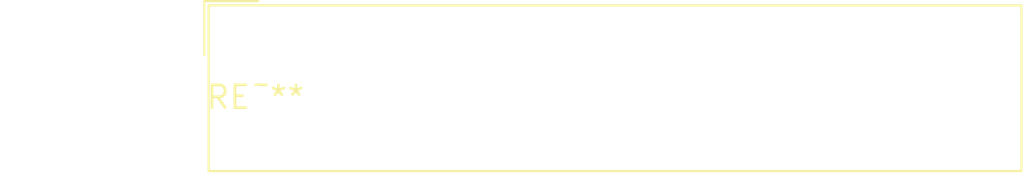
<source format=kicad_pcb>
(kicad_pcb (version 20240108) (generator pcbnew)
  (layers (0 "F.Cu" signal) (31 "B.Cu" signal) (34 "B.Paste" user) (35 "F.Paste" user) (36 "B.SilkS" user "B.Silkscreen") (37 "F.SilkS" user "F.Silkscreen") (38 "B.Mask" user) (39 "F.Mask" user) (44 "Edge.Cuts" user))
  (net 0 "")
  (footprint "Altech_AK100_1x09_P5.00mm" (layer "F.Cu") (at 0 0)
    (property "Reference" "REF**")
    (property "Value" "Altech_AK100_1x09_P5.00mm")
    (fp_line (start -2.85 -5.35) (end 0.15 -5.35) (layer "F.SilkS") (stroke (width 0.12)))
    (fp_line (start -2.85 -2.35) (end -2.85 -5.35) (layer "F.SilkS") (stroke (width 0.12)))
    (fp_line (start -2.61 -5.11) (end -2.61 4.11) (layer "F.SilkS") (stroke (width 0.12)))
    (fp_line (start -2.61 -5.11) (end 42.61 -5.11) (layer "F.SilkS") (stroke (width 0.12)))
    (fp_line (start -2.61 4.11) (end 42.61 4.11) (layer "F.SilkS") (stroke (width 0.12)))
    (fp_line (start 42.61 -5.11) (end 42.61 4.11) (layer "F.SilkS") (stroke (width 0.12)))
    (pad "1" thru_hole rect (at 0 0) (size 3 3) (drill 1.3) (layers *.Cu *.Mask) (remove_unused_layers))
    (pad "2" thru_hole circle (at 5 0) (size 3 3) (drill 1.3) (layers *.Cu *.Mask) (remove_unused_layers))
    (pad "3" thru_hole circle (at 10 0) (size 3 3) (drill 1.3) (layers *.Cu *.Mask) (remove_unused_layers))
    (pad "4" thru_hole circle (at 15 0) (size 3 3) (drill 1.3) (layers *.Cu *.Mask) (remove_unused_layers))
    (pad "5" thru_hole circle (at 20 0) (size 3 3) (drill 1.3) (layers *.Cu *.Mask) (remove_unused_layers))
    (pad "6" thru_hole circle (at 25 0) (size 3 3) (drill 1.3) (layers *.Cu *.Mask) (remove_unused_layers))
    (pad "7" thru_hole circle (at 30 0) (size 3 3) (drill 1.3) (layers *.Cu *.Mask) (remove_unused_layers))
    (pad "8" thru_hole circle (at 35 0) (size 3 3) (drill 1.3) (layers *.Cu *.Mask) (remove_unused_layers))
    (pad "9" thru_hole circle (at 40 0) (size 3 3) (drill 1.3) (layers *.Cu *.Mask) (remove_unused_layers))
  )
)
</source>
